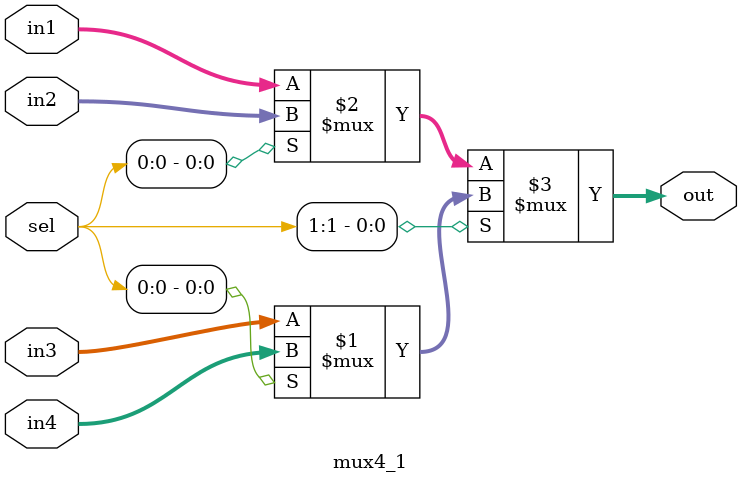
<source format=v>

module mux4_1(sel, in1, in2, in3, in4, out);
	
	parameter OPERAND_WIDTH = 16;
	input [OPERAND_WIDTH -1:0] in1, in2, in3, in4;
	input [1:0] sel;
	output [OPERAND_WIDTH -1:0] out;
	// wire temp1, temp2;
	
	// mux2_1 iDut1(.sel(sel[0]), .in1(in1), .in2(in2), .out(temp1));
	// mux2_1 iDut2(.sel(sel[0]), .in1(in3), .in2(in4), .out(temp2));
	// mux2_1 iDut3(.sel(sel[1]), .in1(temp1), .in2(temp2), .out(out));
	
	assign out = sel[1] ? ( sel[0] ? (in4) : (in3) ) : ( sel[0] ? (in2) : (in1) ) ;
	
endmodule
</source>
